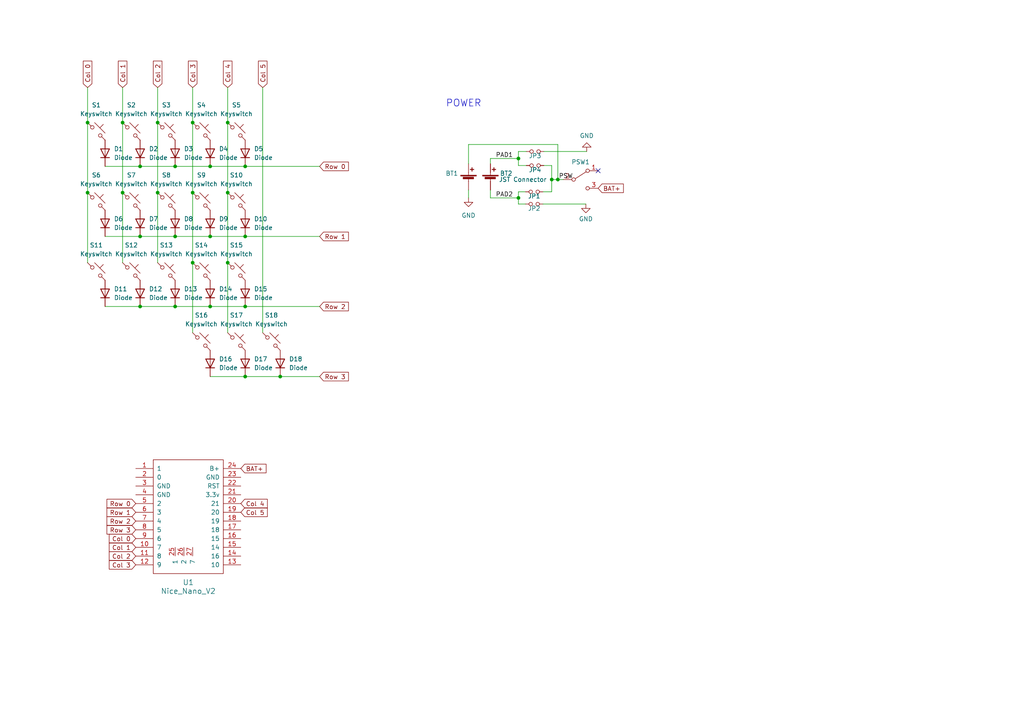
<source format=kicad_sch>
(kicad_sch (version 20231120) (generator "eeschema") (generator_version "8.0")
  (paper "A4")
  (lib_symbols
    (symbol "Device:Battery_Cell" (pin_numbers hide) (pin_names (offset 0) hide)
      (property "Reference" "BT" (at 2.54 2.54 0))
      (property "Value" "Battery_Cell" (at 2.54 0 0))
      (symbol "Battery_Cell_0_1"
        (rectangle (start -2.286 1.778) (end 2.286 1.524) (fill (type outline)))
        (rectangle (start -1.5748 1.1938) (end 1.4732 0.6858) (fill (type outline)))
        (polyline (pts (xy 0 0.762) (xy 0 0)))
        (polyline (pts (xy 0 1.778) (xy 0 2.54)))
        (polyline (pts (xy 0.508 3.429) (xy 1.524 3.429)) (stroke (width 0.254)))
        (polyline (pts (xy 1.016 3.937) (xy 1.016 2.921)) (stroke (width 0.254)))
      )
      (symbol "Battery_Cell_1_1"
        (pin passive line (at 0 5.08 270) (length 2.54) (name "+") (number "1"))
        (pin passive line (at 0 -2.54 90) (length 2.54) (name "-") (number "2"))
      )
    )
    (symbol "KLORlib:Device_Jumper_NO_Small" (pin_numbers hide) (pin_names (offset 0.762) hide)
      (property "Reference" "JP" (at 0 2.032 0))
      (property "Value" "Device_Jumper_NO_Small" (at 0.254 -1.524 0))
      (symbol "Device_Jumper_NO_Small_0_1"
        (circle (center -1.016 0) (radius 0.508))
        (circle (center 1.016 0) (radius 0.508))
        (pin passive line (at -2.54 0 0) (length 1.016) (name "1") (number "1"))
        (pin passive line (at 2.54 0 180) (length 1.016) (name "2") (number "2"))
      )
    )
    (symbol "ScottoKeebs:MCU_Nice_Nano_V2" (pin_names (offset 1.016))
      (property "Reference" "U" (at 0 0 0))
      (property "Value" "Nice_Nano_V2" (at 0 -19.05 0))
      (symbol "MCU_Nice_Nano_V2_0_1"
        (rectangle (start -10.16 16.51) (end 10.16 -16.51))
      )
      (symbol "MCU_Nice_Nano_V2_1_1"
        (pin input line (at -15.24 13.97 0) (length 5.08) (name "1") (number "1"))
        (pin input line (at -15.24 -8.89 0) (length 5.08) (name "7") (number "10"))
        (pin input line (at -15.24 -11.43 0) (length 5.08) (name "8") (number "11"))
        (pin input line (at -15.24 -13.97 0) (length 5.08) (name "9") (number "12"))
        (pin input line (at 15.24 -13.97 180) (length 5.08) (name "10") (number "13"))
        (pin input line (at 15.24 -11.43 180) (length 5.08) (name "16") (number "14"))
        (pin input line (at 15.24 -8.89 180) (length 5.08) (name "14") (number "15"))
        (pin input line (at 15.24 -6.35 180) (length 5.08) (name "15") (number "16"))
        (pin input line (at 15.24 -3.81 180) (length 5.08) (name "18") (number "17"))
        (pin input line (at 15.24 -1.27 180) (length 5.08) (name "19") (number "18"))
        (pin input line (at 15.24 1.27 180) (length 5.08) (name "20") (number "19"))
        (pin input line (at -15.24 11.43 0) (length 5.08) (name "0") (number "2"))
        (pin input line (at 15.24 3.81 180) (length 5.08) (name "21") (number "20"))
        (pin input line (at 15.24 6.35 180) (length 5.08) (name "3.3v") (number "21"))
        (pin input line (at 15.24 8.89 180) (length 5.08) (name "RST") (number "22"))
        (pin input line (at 15.24 11.43 180) (length 5.08) (name "GND") (number "23"))
        (pin input line (at 15.24 13.97 180) (length 5.08) (name "B+") (number "24"))
        (pin input line (at -3.81 -8.89 270) (length 2.5) (name "1") (number "25"))
        (pin input line (at -1.27 -8.89 270) (length 2.5) (name "2") (number "26"))
        (pin input line (at 1.27 -8.89 270) (length 2.5) (name "7") (number "27"))
        (pin input line (at -15.24 8.89 0) (length 5.08) (name "GND") (number "3"))
        (pin input line (at -15.24 6.35 0) (length 5.08) (name "GND") (number "4"))
        (pin input line (at -15.24 3.81 0) (length 5.08) (name "2") (number "5"))
        (pin input line (at -15.24 1.27 0) (length 5.08) (name "3") (number "6"))
        (pin input line (at -15.24 -1.27 0) (length 5.08) (name "4") (number "7"))
        (pin input line (at -15.24 -3.81 0) (length 5.08) (name "5") (number "8"))
        (pin input line (at -15.24 -6.35 0) (length 5.08) (name "6") (number "9"))
      )
    )
    (symbol "ScottoKeebs:Placeholder_Diode" (pin_numbers hide) (pin_names hide)
      (property "Reference" "D" (at 0 2.54 0))
      (property "Value" "Diode" (at 0 -2.54 0))
      (symbol "Placeholder_Diode_0_1"
        (polyline (pts (xy -1.27 1.27) (xy -1.27 -1.27)) (stroke (width 0.254)))
        (polyline (pts (xy 1.27 0) (xy -1.27 0)))
        (polyline (pts (xy 1.27 1.27) (xy 1.27 -1.27) (xy -1.27 0) (xy 1.27 1.27)) (stroke (width 0.254)))
      )
      (symbol "Placeholder_Diode_1_1"
        (pin passive line (at -3.81 0 0) (length 2.54) (name "K") (number "1"))
        (pin passive line (at 3.81 0 180) (length 2.54) (name "A") (number "2"))
      )
    )
    (symbol "ScottoKeebs:Placeholder_Keyswitch" (pin_numbers hide) (pin_names (offset 1.016) hide)
      (property "Reference" "S" (at 3.048 1.016 0))
      (property "Value" "Keyswitch" (at 0 -3.81 0))
      (symbol "Placeholder_Keyswitch_0_1"
        (circle (center -1.1684 1.1684) (radius 0.508))
        (polyline (pts (xy -0.508 2.54) (xy 2.54 -0.508)))
        (polyline (pts (xy 1.016 1.016) (xy 2.032 2.032)))
        (polyline (pts (xy -2.54 2.54) (xy -1.524 1.524) (xy -1.524 1.524)))
        (polyline (pts (xy 1.524 -1.524) (xy 2.54 -2.54) (xy 2.54 -2.54) (xy 2.54 -2.54)))
        (circle (center 1.143 -1.1938) (radius 0.508))
        (pin passive line (at -2.54 2.54 0) (length 0) (name "1") (number "1"))
        (pin passive line (at 2.54 -2.54 180) (length 0) (name "2") (number "2"))
      )
    )
    (symbol "Switch:SW_SPDT" (pin_names (offset 0) hide)
      (property "Reference" "SW" (at 0 4.318 0))
      (property "Value" "SW_SPDT" (at 0 -5.08 0))
      (symbol "SW_SPDT_0_0"
        (circle (center -2.032 0) (radius 0.508))
        (circle (center 2.032 -2.54) (radius 0.508))
      )
      (symbol "SW_SPDT_0_1"
        (polyline (pts (xy -1.524 0.254) (xy 1.651 2.286)))
        (circle (center 2.032 2.54) (radius 0.508))
      )
      (symbol "SW_SPDT_1_1"
        (pin passive line (at 5.08 2.54 180) (length 2.54) (name "A") (number "1"))
        (pin passive line (at -5.08 0 0) (length 2.54) (name "B") (number "2"))
        (pin passive line (at 5.08 -2.54 180) (length 2.54) (name "C") (number "3"))
      )
    )
    (symbol "power:GND" (power) (pin_names (offset 0))
      (property "Value" "GND" (at 0 -3.81 0))
      (symbol "GND_0_1"
        (polyline (pts (xy 0 0) (xy 0 -1.27) (xy 1.27 -1.27) (xy 0 -2.54) (xy -1.27 -1.27) (xy 0 -1.27)))
      )
      (symbol "GND_1_1"
        (pin power_in line (at 0 0 270) (length 0) hide (name "GND") (number "1"))
      )
    )
  )
  (junction (at 50.8 48.26))
  (junction (at 71.12 68.58))
  (junction (at 160.02 52.07))
  (junction (at 50.8 68.58))
  (junction (at 55.88 76.2))
  (junction (at 60.96 88.9))
  (junction (at 66.04 76.2))
  (junction (at 150.368 45.974))
  (junction (at 150.368 57.404))
  (junction (at 66.04 55.88))
  (junction (at 161.798 52.07))
  (junction (at 25.4 35.56))
  (junction (at 71.12 88.9))
  (junction (at 40.64 68.58))
  (junction (at 60.96 68.58))
  (junction (at 50.8 88.9))
  (junction (at 40.64 48.26))
  (junction (at 55.88 55.88))
  (junction (at 55.88 35.56))
  (junction (at 35.56 55.88))
  (junction (at 81.28 109.22))
  (junction (at 35.56 35.56))
  (junction (at 25.4 55.88))
  (junction (at 71.12 48.26))
  (junction (at 45.72 55.88))
  (junction (at 71.12 109.22))
  (junction (at 66.04 35.56))
  (junction (at 45.72 35.56))
  (junction (at 40.64 88.9))
  (junction (at 60.96 48.26))
  (no_connect (at 173.482 49.53))
  (wire (pts (xy 30.48 48.26) (xy 40.64 48.26)))
  (wire (pts (xy 60.96 48.26) (xy 71.12 48.26)))
  (wire (pts (xy 135.89 41.91) (xy 161.798 41.91)))
  (wire (pts (xy 135.89 55.118) (xy 135.89 57.404)))
  (wire (pts (xy 50.8 68.58) (xy 60.96 68.58)))
  (wire (pts (xy 142.24 57.404) (xy 150.368 57.404)))
  (wire (pts (xy 55.88 35.56) (xy 55.88 55.88)))
  (wire (pts (xy 160.02 52.07) (xy 160.02 55.626)))
  (wire (pts (xy 150.368 43.942) (xy 150.368 45.974)))
  (wire (pts (xy 66.04 76.2) (xy 66.04 96.52)))
  (wire (pts (xy 71.12 88.9) (xy 92.71 88.9)))
  (wire (pts (xy 50.8 88.9) (xy 60.96 88.9)))
  (wire (pts (xy 45.72 25.4) (xy 45.72 35.56)))
  (wire (pts (xy 45.72 55.88) (xy 45.72 76.2)))
  (wire (pts (xy 161.798 41.91) (xy 161.798 52.07)))
  (wire (pts (xy 45.72 35.56) (xy 45.72 55.88)))
  (wire (pts (xy 25.4 35.56) (xy 25.4 55.88)))
  (wire (pts (xy 35.56 25.4) (xy 35.56 35.56)))
  (wire (pts (xy 55.88 55.88) (xy 55.88 76.2)))
  (wire (pts (xy 81.28 109.22) (xy 92.71 109.22)))
  (wire (pts (xy 157.48 55.626) (xy 160.02 55.626)))
  (wire (pts (xy 35.56 55.88) (xy 35.56 76.2)))
  (wire (pts (xy 30.48 88.9) (xy 40.64 88.9)))
  (wire (pts (xy 55.88 25.4) (xy 55.88 35.56)))
  (wire (pts (xy 161.798 52.07) (xy 163.322 52.07)))
  (wire (pts (xy 66.04 35.56) (xy 66.04 55.88)))
  (wire (pts (xy 135.89 47.498) (xy 135.89 41.91)))
  (wire (pts (xy 25.4 25.4) (xy 25.4 35.56)))
  (wire (pts (xy 142.24 47.498) (xy 142.24 45.974)))
  (wire (pts (xy 60.96 109.22) (xy 71.12 109.22)))
  (wire (pts (xy 142.24 55.118) (xy 142.24 57.404)))
  (wire (pts (xy 30.48 68.58) (xy 40.64 68.58)))
  (wire (pts (xy 25.4 55.88) (xy 25.4 76.2)))
  (wire (pts (xy 55.88 76.2) (xy 55.88 96.52)))
  (wire (pts (xy 35.56 35.56) (xy 35.56 55.88)))
  (wire (pts (xy 66.04 25.4) (xy 66.04 35.56)))
  (wire (pts (xy 40.64 68.58) (xy 50.8 68.58)))
  (wire (pts (xy 160.02 48.006) (xy 160.02 52.07)))
  (wire (pts (xy 76.2 25.4) (xy 76.2 96.52)))
  (wire (pts (xy 71.12 68.58) (xy 92.71 68.58)))
  (wire (pts (xy 150.368 57.404) (xy 150.368 55.626)))
  (wire (pts (xy 60.96 68.58) (xy 71.12 68.58)))
  (wire (pts (xy 40.64 88.9) (xy 50.8 88.9)))
  (wire (pts (xy 169.926 59.182) (xy 157.48 59.182)))
  (wire (pts (xy 157.734 48.006) (xy 160.02 48.006)))
  (wire (pts (xy 160.02 52.07) (xy 161.798 52.07)))
  (wire (pts (xy 152.4 59.182) (xy 150.368 59.182)))
  (wire (pts (xy 150.368 55.626) (xy 152.4 55.626)))
  (wire (pts (xy 71.12 48.26) (xy 92.71 48.26)))
  (wire (pts (xy 150.368 48.006) (xy 152.654 48.006)))
  (wire (pts (xy 60.96 88.9) (xy 71.12 88.9)))
  (wire (pts (xy 152.654 43.942) (xy 150.368 43.942)))
  (wire (pts (xy 142.24 45.974) (xy 150.368 45.974)))
  (wire (pts (xy 170.18 43.942) (xy 157.734 43.942)))
  (wire (pts (xy 71.12 109.22) (xy 81.28 109.22)))
  (wire (pts (xy 40.64 48.26) (xy 50.8 48.26)))
  (wire (pts (xy 50.8 48.26) (xy 60.96 48.26)))
  (wire (pts (xy 150.368 45.974) (xy 150.368 48.006)))
  (wire (pts (xy 66.04 55.88) (xy 66.04 76.2)))
  (wire (pts (xy 150.368 59.182) (xy 150.368 57.404)))
  (text "POWER" (at 129.286 31.242 0) (effects (font (size 2 2)) (justify left bottom)))
  (label "PSW" (at 162.052 52.07 0))
  (label "PAD1" (at 143.764 45.974 0))
  (label "PAD2" (at 143.764 57.404 0))
  (global_label "Col 1" (shape input) (at 39.37 158.75 180) (property "Intersheetrefs" "${INTERSHEET_REFS}" (effects (hide yes))))
  (global_label "Col 3" (shape input) (at 39.37 163.83 180) (property "Intersheetrefs" "${INTERSHEET_REFS}" (effects (hide yes))))
  (global_label "Col 2" (shape input) (at 39.37 161.29 180) (property "Intersheetrefs" "${INTERSHEET_REFS}" (effects (hide yes))))
  (global_label "Row 0" (shape input) (at 92.71 48.26 0) (property "Intersheetrefs" "${INTERSHEET_REFS}" (effects (hide yes))))
  (global_label "Row 2" (shape input) (at 92.71 88.9 0) (property "Intersheetrefs" "${INTERSHEET_REFS}" (effects (hide yes))))
  (global_label "Row 1" (shape input) (at 39.37 148.59 180) (property "Intersheetrefs" "${INTERSHEET_REFS}" (effects (hide yes))))
  (global_label "Col 4" (shape input) (at 66.04 25.4 90) (property "Intersheetrefs" "${INTERSHEET_REFS}" (effects (hide yes))))
  (global_label "Row 3" (shape input) (at 92.71 109.22 0) (property "Intersheetrefs" "${INTERSHEET_REFS}" (effects (hide yes))))
  (global_label "BAT+" (shape input) (at 173.482 54.61 0) (property "Intersheetrefs" "${INTERSHEET_REFS}" (effects (hide yes))))
  (global_label "Col 0" (shape input) (at 25.4 25.4 90) (property "Intersheetrefs" "${INTERSHEET_REFS}" (effects (hide yes))))
  (global_label "Col 5" (shape input) (at 76.2 25.4 90) (property "Intersheetrefs" "${INTERSHEET_REFS}" (effects (hide yes))))
  (global_label "Col 2" (shape input) (at 45.72 25.4 90) (property "Intersheetrefs" "${INTERSHEET_REFS}" (effects (hide yes))))
  (global_label "Col 3" (shape input) (at 55.88 25.4 90) (property "Intersheetrefs" "${INTERSHEET_REFS}" (effects (hide yes))))
  (global_label "Col 0" (shape input) (at 39.37 156.21 180) (property "Intersheetrefs" "${INTERSHEET_REFS}" (effects (hide yes))))
  (global_label "BAT+" (shape input) (at 69.85 135.89 0) (property "Intersheetrefs" "${INTERSHEET_REFS}" (effects (hide yes))))
  (global_label "Col 5" (shape input) (at 69.85 148.59 0) (property "Intersheetrefs" "${INTERSHEET_REFS}" (effects (hide yes))))
  (global_label "Col 4" (shape input) (at 69.85 146.05 0) (property "Intersheetrefs" "${INTERSHEET_REFS}" (effects (hide yes))))
  (global_label "Row 0" (shape input) (at 39.37 146.05 180) (property "Intersheetrefs" "${INTERSHEET_REFS}" (effects (hide yes))))
  (global_label "Row 3" (shape input) (at 39.37 153.67 180) (property "Intersheetrefs" "${INTERSHEET_REFS}" (effects (hide yes))))
  (global_label "Col 1" (shape input) (at 35.56 25.4 90) (property "Intersheetrefs" "${INTERSHEET_REFS}" (effects (hide yes))))
  (global_label "Row 2" (shape input) (at 39.37 151.13 180) (property "Intersheetrefs" "${INTERSHEET_REFS}" (effects (hide yes))))
  (global_label "Row 1" (shape input) (at 92.71 68.58 0) (property "Intersheetrefs" "${INTERSHEET_REFS}" (effects (hide yes))))
  (symbol (lib_id "ScottoKeebs:Placeholder_Keyswitch") (at 38.1 38.1 0) (unit 1)
    (property "Reference" "S2" (at 38.1 30.48 0))
    (property "Value" "Keyswitch" (at 38.1 33.02 0))
    (property "Footprint" "ScottoKeebs_Hotswap:Kailh_socket_MX_reversible" (effects (hide yes)))
    (property "Description" "Push button switch, normally open, two pins, 45° tilted" (effects (hide yes)))
  )
  (symbol (lib_id "ScottoKeebs:Placeholder_Keyswitch") (at 68.58 38.1 0) (unit 1)
    (property "Reference" "S5" (at 68.58 30.48 0))
    (property "Value" "Keyswitch" (at 68.58 33.02 0))
    (property "Footprint" "ScottoKeebs_Hotswap:Kailh_socket_MX_reversible" (effects (hide yes)))
    (property "Description" "Push button switch, normally open, two pins, 45° tilted" (effects (hide yes)))
  )
  (symbol (lib_id "ScottoKeebs:Placeholder_Keyswitch") (at 27.94 58.42 0) (unit 1)
    (property "Reference" "S6" (at 27.94 50.8 0))
    (property "Value" "Keyswitch" (at 27.94 53.34 0))
    (property "Footprint" "ScottoKeebs_Hotswap:Kailh_socket_MX_reversible" (effects (hide yes)))
    (property "Description" "Push button switch, normally open, two pins, 45° tilted" (effects (hide yes)))
  )
  (symbol (lib_id "ScottoKeebs:Placeholder_Keyswitch") (at 27.94 38.1 0) (unit 1)
    (property "Reference" "S1" (at 27.94 30.48 0))
    (property "Value" "Keyswitch" (at 27.94 33.02 0))
    (property "Footprint" "ScottoKeebs_Hotswap:Kailh_socket_MX_reversible" (effects (hide yes)))
    (property "Description" "Push button switch, normally open, two pins, 45° tilted" (effects (hide yes)))
  )
  (symbol (lib_id "ScottoKeebs:Placeholder_Keyswitch") (at 68.58 58.42 0) (unit 1)
    (property "Reference" "S10" (at 68.58 50.8 0))
    (property "Value" "Keyswitch" (at 68.58 53.34 0))
    (property "Footprint" "ScottoKeebs_Hotswap:Kailh_socket_MX_reversible" (effects (hide yes)))
    (property "Description" "Push button switch, normally open, two pins, 45° tilted" (effects (hide yes)))
  )
  (symbol (lib_id "ScottoKeebs:Placeholder_Diode") (at 60.96 85.09 90) (unit 1)
    (property "Reference" "D14" (at 63.5 83.8199 90) (effects (justify right)))
    (property "Value" "Diode" (at 63.5 86.3599 90) (effects (justify right)))
    (property "Footprint" "ScottoKeebs_Components:Diode_DO-35" (effects (hide yes)))
    (property "Description" "1N4148 (DO-35) or 1N4148W (SOD-123)" (effects (hide yes)))
    (property "Sim.Device" "D" (effects (hide yes)))
    (property "Sim.Pins" "1=K 2=A" (effects (hide yes)))
  )
  (symbol (lib_id "ScottoKeebs:Placeholder_Diode") (at 30.48 44.45 90) (unit 1)
    (property "Reference" "D1" (at 33.02 43.1799 90) (effects (justify right)))
    (property "Value" "Diode" (at 33.02 45.7199 90) (effects (justify right)))
    (property "Footprint" "ScottoKeebs_Components:Diode_DO-35" (effects (hide yes)))
    (property "Description" "1N4148 (DO-35) or 1N4148W (SOD-123)" (effects (hide yes)))
    (property "Sim.Device" "D" (effects (hide yes)))
    (property "Sim.Pins" "1=K 2=A" (effects (hide yes)))
  )
  (symbol (lib_id "ScottoKeebs:Placeholder_Keyswitch") (at 58.42 78.74 0) (unit 1)
    (property "Reference" "S14" (at 58.42 71.12 0))
    (property "Value" "Keyswitch" (at 58.42 73.66 0))
    (property "Footprint" "ScottoKeebs_Hotswap:Kailh_socket_MX_reversible" (effects (hide yes)))
    (property "Description" "Push button switch, normally open, two pins, 45° tilted" (effects (hide yes)))
  )
  (symbol (lib_id "ScottoKeebs:Placeholder_Diode") (at 71.12 85.09 90) (unit 1)
    (property "Reference" "D15" (at 73.66 83.8199 90) (effects (justify right)))
    (property "Value" "Diode" (at 73.66 86.3599 90) (effects (justify right)))
    (property "Footprint" "ScottoKeebs_Components:Diode_DO-35" (effects (hide yes)))
    (property "Description" "1N4148 (DO-35) or 1N4148W (SOD-123)" (effects (hide yes)))
    (property "Sim.Device" "D" (effects (hide yes)))
    (property "Sim.Pins" "1=K 2=A" (effects (hide yes)))
  )
  (symbol (lib_id "Device:Battery_Cell") (at 142.24 52.578 0) (unit 1)
    (property "Reference" "BT2" (at 146.812 50.292 0))
    (property "Value" "JST Connector" (at 151.638 52.07 0))
    (property "Footprint" "ScottoKeebs_Miscellaneous:JST_PH_reversible" (effects (hide yes)))
  )
  (symbol (lib_id "ScottoKeebs:Placeholder_Keyswitch") (at 48.26 58.42 0) (unit 1)
    (property "Reference" "S8" (at 48.26 50.8 0))
    (property "Value" "Keyswitch" (at 48.26 53.34 0))
    (property "Footprint" "ScottoKeebs_Hotswap:Kailh_socket_MX_reversible" (effects (hide yes)))
    (property "Description" "Push button switch, normally open, two pins, 45° tilted" (effects (hide yes)))
  )
  (symbol (lib_id "ScottoKeebs:Placeholder_Diode") (at 40.64 85.09 90) (unit 1)
    (property "Reference" "D12" (at 43.18 83.8199 90) (effects (justify right)))
    (property "Value" "Diode" (at 43.18 86.3599 90) (effects (justify right)))
    (property "Footprint" "ScottoKeebs_Components:Diode_DO-35" (effects (hide yes)))
    (property "Description" "1N4148 (DO-35) or 1N4148W (SOD-123)" (effects (hide yes)))
    (property "Sim.Device" "D" (effects (hide yes)))
    (property "Sim.Pins" "1=K 2=A" (effects (hide yes)))
  )
  (symbol (lib_id "ScottoKeebs:Placeholder_Diode") (at 40.64 44.45 90) (unit 1)
    (property "Reference" "D2" (at 43.18 43.1799 90) (effects (justify right)))
    (property "Value" "Diode" (at 43.18 45.7199 90) (effects (justify right)))
    (property "Footprint" "ScottoKeebs_Components:Diode_DO-35" (effects (hide yes)))
    (property "Description" "1N4148 (DO-35) or 1N4148W (SOD-123)" (effects (hide yes)))
    (property "Sim.Device" "D" (effects (hide yes)))
    (property "Sim.Pins" "1=K 2=A" (effects (hide yes)))
  )
  (symbol (lib_id "ScottoKeebs:Placeholder_Keyswitch") (at 68.58 99.06 0) (unit 1)
    (property "Reference" "S17" (at 68.58 91.44 0))
    (property "Value" "Keyswitch" (at 68.58 93.98 0))
    (property "Footprint" "ScottoKeebs_Hotswap:Kailh_socket_MX_reversible" (effects (hide yes)))
    (property "Description" "Push button switch, normally open, two pins, 45° tilted" (effects (hide yes)))
  )
  (symbol (lib_id "ScottoKeebs:Placeholder_Diode") (at 71.12 44.45 90) (unit 1)
    (property "Reference" "D5" (at 73.66 43.1799 90) (effects (justify right)))
    (property "Value" "Diode" (at 73.66 45.7199 90) (effects (justify right)))
    (property "Footprint" "ScottoKeebs_Components:Diode_DO-35" (effects (hide yes)))
    (property "Description" "1N4148 (DO-35) or 1N4148W (SOD-123)" (effects (hide yes)))
    (property "Sim.Device" "D" (effects (hide yes)))
    (property "Sim.Pins" "1=K 2=A" (effects (hide yes)))
  )
  (symbol (lib_id "ScottoKeebs:Placeholder_Diode") (at 30.48 85.09 90) (unit 1)
    (property "Reference" "D11" (at 33.02 83.8199 90) (effects (justify right)))
    (property "Value" "Diode" (at 33.02 86.3599 90) (effects (justify right)))
    (property "Footprint" "ScottoKeebs_Components:Diode_DO-35" (effects (hide yes)))
    (property "Description" "1N4148 (DO-35) or 1N4148W (SOD-123)" (effects (hide yes)))
    (property "Sim.Device" "D" (effects (hide yes)))
    (property "Sim.Pins" "1=K 2=A" (effects (hide yes)))
  )
  (symbol (lib_id "ScottoKeebs:Placeholder_Diode") (at 40.64 64.77 90) (unit 1)
    (property "Reference" "D7" (at 43.18 63.4999 90) (effects (justify right)))
    (property "Value" "Diode" (at 43.18 66.0399 90) (effects (justify right)))
    (property "Footprint" "ScottoKeebs_Components:Diode_DO-35" (effects (hide yes)))
    (property "Description" "1N4148 (DO-35) or 1N4148W (SOD-123)" (effects (hide yes)))
    (property "Sim.Device" "D" (effects (hide yes)))
    (property "Sim.Pins" "1=K 2=A" (effects (hide yes)))
  )
  (symbol (lib_id "ScottoKeebs:Placeholder_Diode") (at 60.96 44.45 90) (unit 1)
    (property "Reference" "D4" (at 63.5 43.1799 90) (effects (justify right)))
    (property "Value" "Diode" (at 63.5 45.7199 90) (effects (justify right)))
    (property "Footprint" "ScottoKeebs_Components:Diode_DO-35" (effects (hide yes)))
    (property "Description" "1N4148 (DO-35) or 1N4148W (SOD-123)" (effects (hide yes)))
    (property "Sim.Device" "D" (effects (hide yes)))
    (property "Sim.Pins" "1=K 2=A" (effects (hide yes)))
  )
  (symbol (lib_id "ScottoKeebs:Placeholder_Diode") (at 50.8 64.77 90) (unit 1)
    (property "Reference" "D8" (at 53.34 63.4999 90) (effects (justify right)))
    (property "Value" "Diode" (at 53.34 66.0399 90) (effects (justify right)))
    (property "Footprint" "ScottoKeebs_Components:Diode_DO-35" (effects (hide yes)))
    (property "Description" "1N4148 (DO-35) or 1N4148W (SOD-123)" (effects (hide yes)))
    (property "Sim.Device" "D" (effects (hide yes)))
    (property "Sim.Pins" "1=K 2=A" (effects (hide yes)))
  )
  (symbol (lib_id "KLORlib:Device_Jumper_NO_Small") (at 155.194 43.942 0) (unit 1)
    (property "Reference" "JP3" (at 155.194 45.212 0))
    (property "Value" "Device_Jumper_NO_Small" (effects (hide yes)))
    (property "Footprint" "ScottoKeebs_Miscellaneous:Jumper" (effects (hide yes)))
  )
  (symbol (lib_id "ScottoKeebs:Placeholder_Diode") (at 30.48 64.77 90) (unit 1)
    (property "Reference" "D6" (at 33.02 63.4999 90) (effects (justify right)))
    (property "Value" "Diode" (at 33.02 66.0399 90) (effects (justify right)))
    (property "Footprint" "ScottoKeebs_Components:Diode_DO-35" (effects (hide yes)))
    (property "Description" "1N4148 (DO-35) or 1N4148W (SOD-123)" (effects (hide yes)))
    (property "Sim.Device" "D" (effects (hide yes)))
    (property "Sim.Pins" "1=K 2=A" (effects (hide yes)))
  )
  (symbol (lib_id "ScottoKeebs:Placeholder_Diode") (at 60.96 64.77 90) (unit 1)
    (property "Reference" "D9" (at 63.5 63.4999 90) (effects (justify right)))
    (property "Value" "Diode" (at 63.5 66.0399 90) (effects (justify right)))
    (property "Footprint" "ScottoKeebs_Components:Diode_DO-35" (effects (hide yes)))
    (property "Description" "1N4148 (DO-35) or 1N4148W (SOD-123)" (effects (hide yes)))
    (property "Sim.Device" "D" (effects (hide yes)))
    (property "Sim.Pins" "1=K 2=A" (effects (hide yes)))
  )
  (symbol (lib_id "ScottoKeebs:Placeholder_Keyswitch") (at 38.1 78.74 0) (unit 1)
    (property "Reference" "S12" (at 38.1 71.12 0))
    (property "Value" "Keyswitch" (at 38.1 73.66 0))
    (property "Footprint" "ScottoKeebs_Hotswap:Kailh_socket_MX_reversible" (effects (hide yes)))
    (property "Description" "Push button switch, normally open, two pins, 45° tilted" (effects (hide yes)))
  )
  (symbol (lib_id "ScottoKeebs:Placeholder_Keyswitch") (at 58.42 99.06 0) (unit 1)
    (property "Reference" "S16" (at 58.42 91.44 0))
    (property "Value" "Keyswitch" (at 58.42 93.98 0))
    (property "Footprint" "ScottoKeebs_Hotswap:Kailh_socket_MX_reversible" (effects (hide yes)))
    (property "Description" "Push button switch, normally open, two pins, 45° tilted" (effects (hide yes)))
  )
  (symbol (lib_id "ScottoKeebs:Placeholder_Keyswitch") (at 38.1 58.42 0) (unit 1)
    (property "Reference" "S7" (at 38.1 50.8 0))
    (property "Value" "Keyswitch" (at 38.1 53.34 0))
    (property "Footprint" "ScottoKeebs_Hotswap:Kailh_socket_MX_reversible" (effects (hide yes)))
    (property "Description" "Push button switch, normally open, two pins, 45° tilted" (effects (hide yes)))
  )
  (symbol (lib_id "Switch:SW_SPDT") (at 168.402 52.07 0) (unit 1)
    (property "Reference" "PSW1" (at 168.402 46.99 0))
    (property "Value" "SW_SPDT" (effects (hide yes)))
    (property "Footprint" "ScottoKeebs_Miscellaneous:MSK12C02_reversible" (effects (hide yes)))
  )
  (symbol (lib_id "ScottoKeebs:Placeholder_Keyswitch") (at 48.26 78.74 0) (unit 1)
    (property "Reference" "S13" (at 48.26 71.12 0))
    (property "Value" "Keyswitch" (at 48.26 73.66 0))
    (property "Footprint" "ScottoKeebs_Hotswap:Kailh_socket_MX_reversible" (effects (hide yes)))
    (property "Description" "Push button switch, normally open, two pins, 45° tilted" (effects (hide yes)))
  )
  (symbol (lib_id "ScottoKeebs:Placeholder_Keyswitch") (at 58.42 58.42 0) (unit 1)
    (property "Reference" "S9" (at 58.42 50.8 0))
    (property "Value" "Keyswitch" (at 58.42 53.34 0))
    (property "Footprint" "ScottoKeebs_Hotswap:Kailh_socket_MX_reversible" (effects (hide yes)))
    (property "Description" "Push button switch, normally open, two pins, 45° tilted" (effects (hide yes)))
  )
  (symbol (lib_id "power:GND") (at 135.89 57.404 0) (unit 1)
    (property "Reference" "#PWR01" (effects (hide yes)))
    (property "Value" "GND" (at 135.89 62.484 0))
  )
  (symbol (lib_id "power:GND") (at 169.926 59.182 0) (unit 1)
    (property "Reference" "#PWR02" (effects (hide yes)))
    (property "Value" "GND" (at 169.926 63.5 0))
  )
  (symbol (lib_id "ScottoKeebs:Placeholder_Keyswitch") (at 68.58 78.74 0) (unit 1)
    (property "Reference" "S15" (at 68.58 71.12 0))
    (property "Value" "Keyswitch" (at 68.58 73.66 0))
    (property "Footprint" "ScottoKeebs_Hotswap:Kailh_socket_MX_reversible" (effects (hide yes)))
    (property "Description" "Push button switch, normally open, two pins, 45° tilted" (effects (hide yes)))
  )
  (symbol (lib_id "KLORlib:Device_Jumper_NO_Small") (at 154.94 59.182 0) (unit 1)
    (property "Reference" "JP2" (at 154.94 60.452 0))
    (property "Value" "Device_Jumper_NO_Small" (effects (hide yes)))
    (property "Footprint" "ScottoKeebs_Miscellaneous:Jumper" (effects (hide yes)))
  )
  (symbol (lib_id "power:GND") (at 170.18 43.942 180) (unit 1)
    (property "Reference" "#PWR03" (effects (hide yes)))
    (property "Value" "GND" (at 170.18 39.37 0))
  )
  (symbol (lib_id "ScottoKeebs:Placeholder_Keyswitch") (at 48.26 38.1 0) (unit 1)
    (property "Reference" "S3" (at 48.26 30.48 0))
    (property "Value" "Keyswitch" (at 48.26 33.02 0))
    (property "Footprint" "ScottoKeebs_Hotswap:Kailh_socket_MX_reversible" (effects (hide yes)))
    (property "Description" "Push button switch, normally open, two pins, 45° tilted" (effects (hide yes)))
  )
  (symbol (lib_id "ScottoKeebs:Placeholder_Keyswitch") (at 58.42 38.1 0) (unit 1)
    (property "Reference" "S4" (at 58.42 30.48 0))
    (property "Value" "Keyswitch" (at 58.42 33.02 0))
    (property "Footprint" "ScottoKeebs_Hotswap:Kailh_socket_MX_reversible" (effects (hide yes)))
    (property "Description" "Push button switch, normally open, two pins, 45° tilted" (effects (hide yes)))
  )
  (symbol (lib_id "ScottoKeebs:Placeholder_Keyswitch") (at 78.74 99.06 0) (unit 1)
    (property "Reference" "S18" (at 78.74 91.44 0))
    (property "Value" "Keyswitch" (at 78.74 93.98 0))
    (property "Footprint" "ScottoKeebs_Hotswap:Kailh_socket_MX_reversible" (effects (hide yes)))
    (property "Description" "Push button switch, normally open, two pins, 45° tilted" (effects (hide yes)))
  )
  (symbol (lib_id "ScottoKeebs:Placeholder_Diode") (at 71.12 64.77 90) (unit 1)
    (property "Reference" "D10" (at 73.66 63.4999 90) (effects (justify right)))
    (property "Value" "Diode" (at 73.66 66.0399 90) (effects (justify right)))
    (property "Footprint" "ScottoKeebs_Components:Diode_DO-35" (effects (hide yes)))
    (property "Description" "1N4148 (DO-35) or 1N4148W (SOD-123)" (effects (hide yes)))
    (property "Sim.Device" "D" (effects (hide yes)))
    (property "Sim.Pins" "1=K 2=A" (effects (hide yes)))
  )
  (symbol (lib_id "ScottoKeebs:Placeholder_Diode") (at 71.12 105.41 90) (unit 1)
    (property "Reference" "D17" (at 73.66 104.1399 90) (effects (justify right)))
    (property "Value" "Diode" (at 73.66 106.6799 90) (effects (justify right)))
    (property "Footprint" "ScottoKeebs_Components:Diode_DO-35" (effects (hide yes)))
    (property "Description" "1N4148 (DO-35) or 1N4148W (SOD-123)" (effects (hide yes)))
    (property "Sim.Device" "D" (effects (hide yes)))
    (property "Sim.Pins" "1=K 2=A" (effects (hide yes)))
  )
  (symbol (lib_id "ScottoKeebs:Placeholder_Keyswitch") (at 27.94 78.74 0) (unit 1)
    (property "Reference" "S11" (at 27.94 71.12 0))
    (property "Value" "Keyswitch" (at 27.94 73.66 0))
    (property "Footprint" "ScottoKeebs_Hotswap:Kailh_socket_MX_reversible" (effects (hide yes)))
    (property "Description" "Push button switch, normally open, two pins, 45° tilted" (effects (hide yes)))
  )
  (symbol (lib_id "Device:Battery_Cell") (at 135.89 52.578 0) (unit 1)
    (property "Reference" "BT1" (at 131.064 50.292 0))
    (property "Value" "Battery_Cell" (effects (hide yes)))
    (property "Footprint" "ScottoKeebs_Miscellaneous:custombatteryconnector_small" (effects (hide yes)))
  )
  (symbol (lib_id "ScottoKeebs:Placeholder_Diode") (at 81.28 105.41 90) (unit 1)
    (property "Reference" "D18" (at 83.82 104.1399 90) (effects (justify right)))
    (property "Value" "Diode" (at 83.82 106.6799 90) (effects (justify right)))
    (property "Footprint" "ScottoKeebs_Components:Diode_DO-35" (effects (hide yes)))
    (property "Description" "1N4148 (DO-35) or 1N4148W (SOD-123)" (effects (hide yes)))
    (property "Sim.Device" "D" (effects (hide yes)))
    (property "Sim.Pins" "1=K 2=A" (effects (hide yes)))
  )
  (symbol (lib_id "ScottoKeebs:Placeholder_Diode") (at 60.96 105.41 90) (unit 1)
    (property "Reference" "D16" (at 63.5 104.1399 90) (effects (justify right)))
    (property "Value" "Diode" (at 63.5 106.6799 90) (effects (justify right)))
    (property "Footprint" "ScottoKeebs_Components:Diode_DO-35" (effects (hide yes)))
    (property "Description" "1N4148 (DO-35) or 1N4148W (SOD-123)" (effects (hide yes)))
    (property "Sim.Device" "D" (effects (hide yes)))
    (property "Sim.Pins" "1=K 2=A" (effects (hide yes)))
  )
  (symbol (lib_id "ScottoKeebs:MCU_Nice_Nano_V2") (at 54.61 149.86 0) (unit 1)
    (property "Reference" "U1" (at 54.61 168.91 0) (effects (font (size 1.524 1.524))))
    (property "Value" "Nice_Nano_V2" (at 54.61 171.45 0) (effects (font (size 1.524 1.524))))
    (property "Footprint" "ScottoKeebs_MCU:Nice_Nano_V2" (effects (hide yes)))
  )
  (symbol (lib_id "ScottoKeebs:Placeholder_Diode") (at 50.8 85.09 90) (unit 1)
    (property "Reference" "D13" (at 53.34 83.8199 90) (effects (justify right)))
    (property "Value" "Diode" (at 53.34 86.3599 90) (effects (justify right)))
    (property "Footprint" "ScottoKeebs_Components:Diode_DO-35" (effects (hide yes)))
    (property "Description" "1N4148 (DO-35) or 1N4148W (SOD-123)" (effects (hide yes)))
    (property "Sim.Device" "D" (effects (hide yes)))
    (property "Sim.Pins" "1=K 2=A" (effects (hide yes)))
  )
  (symbol (lib_id "ScottoKeebs:Placeholder_Diode") (at 50.8 44.45 90) (unit 1)
    (property "Reference" "D3" (at 53.34 43.1799 90) (effects (justify right)))
    (property "Value" "Diode" (at 53.34 45.7199 90) (effects (justify right)))
    (property "Footprint" "ScottoKeebs_Components:Diode_DO-35" (effects (hide yes)))
    (property "Description" "1N4148 (DO-35) or 1N4148W (SOD-123)" (effects (hide yes)))
    (property "Sim.Device" "D" (effects (hide yes)))
    (property "Sim.Pins" "1=K 2=A" (effects (hide yes)))
  )
  (symbol (lib_id "KLORlib:Device_Jumper_NO_Small") (at 154.94 55.626 0) (unit 1)
    (property "Reference" "JP1" (at 154.94 56.896 0))
    (property "Value" "Device_Jumper_NO_Small" (effects (hide yes)))
    (property "Footprint" "ScottoKeebs_Miscellaneous:Jumper" (effects (hide yes)))
  )
  (symbol (lib_id "KLORlib:Device_Jumper_NO_Small") (at 155.194 48.006 0) (unit 1)
    (property "Reference" "JP4" (at 155.194 49.276 0))
    (property "Value" "Device_Jumper_NO_Small" (effects (hide yes)))
    (property "Footprint" "ScottoKeebs_Miscellaneous:Jumper" (effects (hide yes)))
  )
)
</source>
